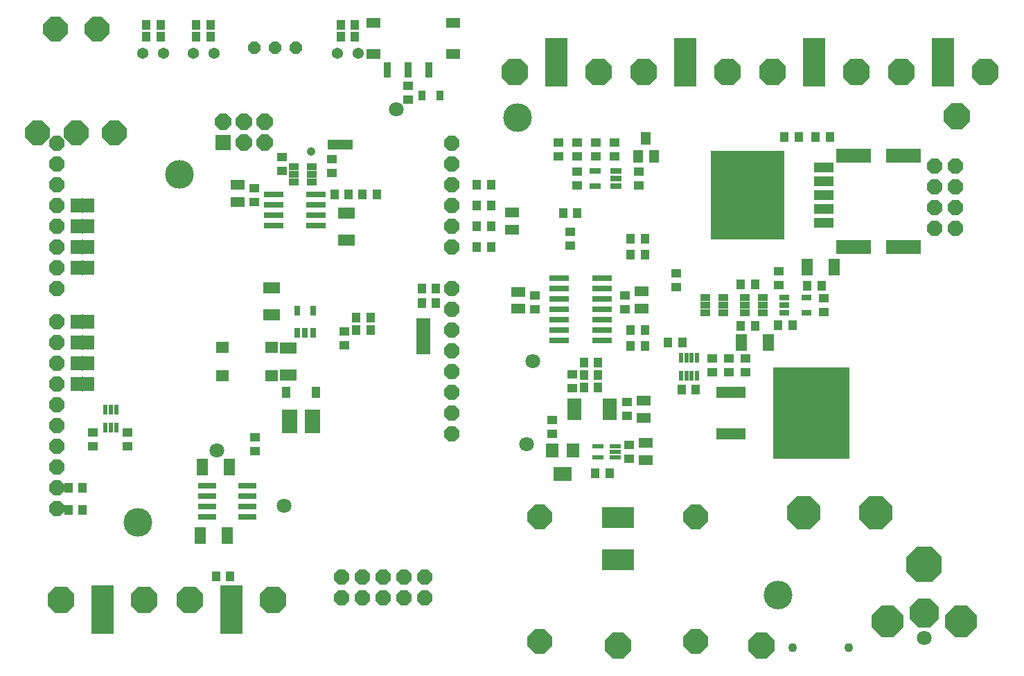
<source format=gts>
G75*
%MOIN*%
%OFA0B0*%
%FSLAX24Y24*%
%IPPOS*%
%LPD*%
%AMOC8*
5,1,8,0,0,1.08239X$1,22.5*
%
%ADD10C,0.1380*%
%ADD11R,0.0946X0.0316*%
%ADD12R,0.0592X0.0710*%
%ADD13R,0.0867X0.0710*%
%ADD14OC8,0.0740*%
%ADD15OC8,0.0780*%
%ADD16R,0.0780X0.0780*%
%ADD17R,0.0820X0.0560*%
%ADD18R,0.0500X0.0430*%
%ADD19R,0.0680X0.0460*%
%ADD20R,0.0430X0.0500*%
%ADD21R,0.1537X0.1045*%
%ADD22R,0.0540X0.0220*%
%ADD23R,0.0670X0.0250*%
%ADD24C,0.0434*%
%ADD25R,0.0356X0.0749*%
%ADD26R,0.0690X0.0513*%
%ADD27R,0.1430X0.0580*%
%ADD28R,0.3700X0.4400*%
%ADD29R,0.1080X0.2380*%
%ADD30OC8,0.1290*%
%ADD31C,0.0710*%
%ADD32R,0.0580X0.0300*%
%ADD33R,0.0860X0.0290*%
%ADD34R,0.0560X0.0820*%
%ADD35R,0.0540X0.0710*%
%ADD36R,0.0060X0.0720*%
%ADD37R,0.0474X0.0631*%
%ADD38OC8,0.0611*%
%ADD39OC8,0.1175*%
%ADD40R,0.0497X0.0336*%
%ADD41C,0.0540*%
%ADD42R,0.0220X0.0480*%
%ADD43R,0.0474X0.0297*%
%ADD44R,0.0297X0.0474*%
%ADD45R,0.0730X0.1180*%
%ADD46R,0.0440X0.0560*%
%ADD47R,0.0592X0.0552*%
%ADD48OC8,0.1700*%
%ADD49OC8,0.1405*%
%ADD50OC8,0.1504*%
%ADD51R,0.0710X0.0540*%
%ADD52R,0.0700X0.1700*%
%ADD53R,0.3580X0.4280*%
%ADD54R,0.0980X0.0500*%
%ADD55R,0.1655X0.0710*%
%ADD56R,0.0380X0.0480*%
%ADD57OC8,0.1261*%
%ADD58OC8,0.1582*%
%ADD59C,0.0417*%
D10*
X013943Y012475D03*
X015943Y029225D03*
X032207Y031982D03*
X044743Y008975D03*
D11*
X036264Y021225D03*
X036264Y021725D03*
X036264Y022225D03*
X036264Y022725D03*
X036264Y023225D03*
X036264Y023725D03*
X036264Y024225D03*
X034217Y024225D03*
X034217Y023725D03*
X034217Y023225D03*
X034217Y022725D03*
X034217Y022225D03*
X034217Y021725D03*
X034217Y021225D03*
X022517Y026775D03*
X022517Y027275D03*
X022517Y027775D03*
X022517Y028275D03*
X020470Y028275D03*
X020470Y027775D03*
X020470Y027275D03*
X020470Y026775D03*
D12*
X033891Y015946D03*
X034891Y015946D03*
D13*
X034391Y014804D03*
D14*
X029041Y016725D03*
X029041Y017725D03*
X029041Y018725D03*
X029041Y019725D03*
X029041Y020725D03*
X029041Y021725D03*
X029041Y022725D03*
X029041Y023725D03*
X029041Y025725D03*
X029041Y026725D03*
X029041Y027725D03*
X029041Y028725D03*
X029041Y029725D03*
X029041Y030725D03*
X010041Y030725D03*
X010041Y029725D03*
X010041Y028725D03*
X010041Y027725D03*
X010041Y026725D03*
X010041Y025725D03*
X010041Y024725D03*
X010041Y023725D03*
X010041Y022125D03*
X010041Y021125D03*
X010041Y020125D03*
X010041Y019125D03*
X010041Y018125D03*
X010041Y017125D03*
X010041Y016125D03*
X010041Y015125D03*
X010041Y014125D03*
X010041Y013125D03*
X023743Y009825D03*
X023743Y008825D03*
X024743Y008825D03*
X024743Y009825D03*
X025743Y009825D03*
X025743Y008825D03*
X026743Y008825D03*
X026743Y009825D03*
X027743Y009825D03*
X027743Y008825D03*
X052282Y026648D03*
X052282Y027648D03*
X052282Y028648D03*
X052282Y029648D03*
X053282Y029648D03*
X053282Y028648D03*
X053282Y027648D03*
X053282Y026648D03*
D15*
X020041Y030775D03*
X020041Y031775D03*
X019041Y031775D03*
X019041Y030775D03*
X018041Y031775D03*
D16*
X018041Y030775D03*
D17*
X023996Y027375D03*
X023996Y026075D03*
X020393Y023775D03*
X020393Y022475D03*
X021193Y020875D03*
X021193Y019575D03*
D18*
X023893Y020985D03*
X023893Y021665D03*
X019593Y016565D03*
X019593Y015885D03*
X013443Y016135D03*
X013443Y016815D03*
X011793Y016815D03*
X011793Y016135D03*
X019541Y027885D03*
X019541Y028565D03*
X020893Y029385D03*
X020893Y030065D03*
X023293Y029965D03*
X023293Y029285D03*
X026943Y032835D03*
X026943Y033515D03*
X034193Y030765D03*
X034193Y030085D03*
X035093Y030085D03*
X035093Y029365D03*
X035993Y030085D03*
X035993Y030765D03*
X035093Y030765D03*
X036893Y030765D03*
X036893Y030085D03*
X038046Y029365D03*
X038046Y028685D03*
X035093Y028685D03*
X034743Y026465D03*
X034743Y025785D03*
X033043Y023415D03*
X033043Y022735D03*
X034843Y019615D03*
X034843Y018935D03*
X033891Y017415D03*
X033891Y016735D03*
X037491Y017585D03*
X037491Y018265D03*
X037591Y016215D03*
X037591Y015535D03*
X041593Y019685D03*
X042393Y019685D03*
X042393Y020365D03*
X041593Y020365D03*
X043193Y020365D03*
X043193Y019685D03*
X046943Y022585D03*
X046943Y023265D03*
X044793Y023885D03*
X044793Y024565D03*
X039843Y024465D03*
X039843Y023785D03*
X037393Y023415D03*
X037393Y022735D03*
D19*
X038193Y022765D03*
X038193Y023585D03*
X032243Y023582D03*
X032243Y022762D03*
X031943Y026565D03*
X031943Y027385D03*
X038291Y018335D03*
X038291Y017515D03*
X038391Y016285D03*
X038391Y015465D03*
X018741Y027915D03*
X018741Y028735D03*
D20*
X023401Y028275D03*
X024081Y028275D03*
X024751Y028275D03*
X025431Y028275D03*
X024093Y030675D03*
X023693Y030675D03*
X023293Y030675D03*
X023703Y035875D03*
X023703Y036425D03*
X024383Y036425D03*
X024383Y035875D03*
X017433Y035875D03*
X017433Y036425D03*
X016753Y036425D03*
X016753Y035875D03*
X015033Y035875D03*
X015033Y036425D03*
X014353Y036425D03*
X014353Y035875D03*
X027603Y023725D03*
X028283Y023725D03*
X028283Y023025D03*
X027603Y023025D03*
X025133Y022325D03*
X025133Y021725D03*
X024453Y021725D03*
X024453Y022325D03*
X030253Y025725D03*
X030933Y025725D03*
X030933Y026725D03*
X030253Y026725D03*
X030253Y027725D03*
X030933Y027725D03*
X030933Y028725D03*
X030253Y028725D03*
X034403Y027375D03*
X035083Y027375D03*
X037653Y026125D03*
X038333Y026125D03*
X038333Y025375D03*
X037653Y025375D03*
X037651Y021725D03*
X038331Y021725D03*
X038331Y020975D03*
X037651Y020975D03*
X036083Y020175D03*
X036083Y019575D03*
X036083Y018975D03*
X035403Y018975D03*
X035403Y019575D03*
X035403Y020175D03*
X039453Y021125D03*
X040133Y021125D03*
X040103Y018875D03*
X040783Y018875D03*
X042953Y021925D03*
X043633Y021925D03*
X044753Y021975D03*
X045433Y021975D03*
X046153Y023875D03*
X046833Y023875D03*
X043633Y023925D03*
X042953Y023925D03*
X045053Y031025D03*
X045733Y031025D03*
X046553Y031025D03*
X047233Y031025D03*
X036631Y014825D03*
X035951Y014825D03*
X018383Y009875D03*
X017703Y009875D03*
X011283Y013075D03*
X010603Y013075D03*
X010603Y014125D03*
X011283Y014125D03*
D21*
X037043Y012692D03*
X037043Y010664D03*
D22*
X036901Y015615D03*
X036901Y015875D03*
X036901Y016135D03*
X036081Y016135D03*
X036081Y015615D03*
D23*
X036651Y017545D03*
X036651Y017795D03*
X036651Y018055D03*
X036651Y018305D03*
X034931Y018305D03*
X034931Y018055D03*
X034931Y017795D03*
X034931Y017545D03*
D24*
X045455Y006425D03*
X048132Y006425D03*
D25*
X027944Y034259D03*
X026944Y034259D03*
X025944Y034259D03*
D26*
X025277Y035025D03*
X025277Y036525D03*
X029115Y036525D03*
X029115Y035025D03*
D27*
X042488Y018725D03*
X042488Y016725D03*
D28*
X046343Y017725D03*
D29*
X046493Y034625D03*
X040293Y034625D03*
X034093Y034625D03*
X052693Y034625D03*
X018443Y008275D03*
X012243Y008275D03*
D30*
X010231Y008735D03*
X014256Y008735D03*
X016431Y008735D03*
X020456Y008735D03*
X032081Y034165D03*
X036106Y034165D03*
X038281Y034165D03*
X042306Y034165D03*
X044481Y034165D03*
X048506Y034165D03*
X050681Y034165D03*
X054706Y034165D03*
D31*
X032941Y020225D03*
X032641Y016225D03*
X020993Y013275D03*
X017743Y015925D03*
X026393Y032375D03*
X051770Y006906D03*
D32*
X036956Y028655D03*
X036956Y029025D03*
X036956Y029395D03*
X035936Y029395D03*
X035936Y028655D03*
D33*
X019213Y014222D03*
X019213Y013722D03*
X019213Y013222D03*
X019213Y012722D03*
X017273Y012722D03*
X017273Y013222D03*
X017273Y013722D03*
X017273Y014222D03*
D34*
X017043Y015125D03*
X018343Y015125D03*
X018246Y011825D03*
X016946Y011825D03*
X042993Y021125D03*
X044293Y021125D03*
X046143Y024775D03*
X047443Y024775D03*
D35*
X011593Y024725D03*
X010993Y024725D03*
X010993Y025725D03*
X011593Y025725D03*
X011593Y026725D03*
X010993Y026725D03*
X010993Y027725D03*
X011593Y027725D03*
X011593Y022125D03*
X010993Y022125D03*
X010993Y021125D03*
X011593Y021125D03*
X011593Y020125D03*
X010993Y020125D03*
X010993Y019125D03*
X011593Y019125D03*
D36*
X011293Y019125D03*
X011293Y020125D03*
X011293Y021125D03*
X011293Y022125D03*
X011293Y024725D03*
X011293Y025725D03*
X011293Y026725D03*
X011293Y027725D03*
D37*
X038019Y030095D03*
X038767Y030095D03*
X038393Y030961D03*
D38*
X021543Y035325D03*
X020543Y035325D03*
X019543Y035325D03*
D39*
X012823Y031225D03*
X010973Y031225D03*
X009123Y031225D03*
X009973Y036225D03*
X011973Y036225D03*
X033293Y012725D03*
X033293Y006725D03*
X040793Y006725D03*
X040793Y012725D03*
D40*
X041260Y022551D03*
X041260Y022925D03*
X041260Y023299D03*
X042126Y023299D03*
X042126Y022925D03*
X042126Y022551D03*
X043160Y022551D03*
X043160Y022925D03*
X043160Y023299D03*
X044026Y023299D03*
X044026Y022925D03*
X044026Y022551D03*
X022326Y028851D03*
X022326Y029225D03*
X022326Y029599D03*
X021460Y029599D03*
X021460Y029225D03*
X021460Y028851D03*
D41*
X023543Y035075D03*
X024543Y035075D03*
X017618Y035075D03*
X016618Y035075D03*
X015193Y035075D03*
X014193Y035075D03*
D42*
X012903Y017915D03*
X012643Y017915D03*
X012383Y017915D03*
X012383Y017035D03*
X012643Y017035D03*
X012903Y017035D03*
X040077Y019535D03*
X040333Y019535D03*
X040593Y019535D03*
X040853Y019535D03*
X040853Y020415D03*
X040593Y020415D03*
X040333Y020415D03*
X040077Y020415D03*
D43*
X045062Y022551D03*
X045062Y022925D03*
X045062Y023299D03*
X046125Y023299D03*
X046125Y022551D03*
D44*
X022367Y022656D03*
X021619Y022656D03*
X021619Y021594D03*
X021993Y021594D03*
X022367Y021594D03*
D45*
X022343Y017325D03*
X021243Y017325D03*
D46*
X021085Y018725D03*
X022502Y018725D03*
D47*
X020374Y019536D03*
X020374Y020914D03*
X018012Y020914D03*
X018012Y019536D03*
D48*
X051770Y010449D03*
D49*
X051770Y008087D03*
D50*
X053541Y007695D03*
X049998Y007695D03*
D51*
X027693Y020825D03*
X027693Y021425D03*
X027693Y022025D03*
D52*
X027693Y021425D03*
D53*
X043293Y028225D03*
D54*
X046943Y028225D03*
X046943Y027555D03*
X046943Y026885D03*
X046943Y028895D03*
X046943Y029565D03*
D55*
X048393Y030125D03*
X050794Y030125D03*
X050794Y025725D03*
X048393Y025725D03*
D56*
X028483Y033025D03*
X027603Y033025D03*
D57*
X053343Y032025D03*
X043943Y006525D03*
X037043Y006525D03*
D58*
X045993Y012925D03*
X049443Y012925D03*
D59*
X022293Y030325D03*
M02*

</source>
